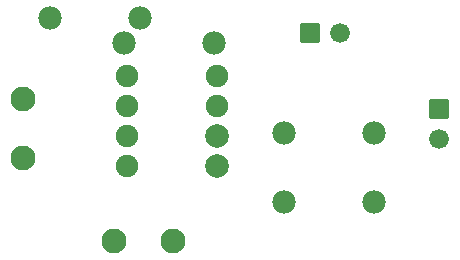
<source format=gts>
G04 Layer: TopSolderMaskLayer*
G04 EasyEDA v6.5.34, 2023-11-29 11:21:28*
G04 ccee1c66621a4ec499711ebfef85393d,bee4cb2541bd470ea98a159692ad20ec,10*
G04 Gerber Generator version 0.2*
G04 Scale: 100 percent, Rotated: No, Reflected: No *
G04 Dimensions in millimeters *
G04 leading zeros omitted , absolute positions ,4 integer and 5 decimal *
%FSLAX45Y45*%
%MOMM*%

%AMMACRO1*1,1,$1,$2,$3*1,1,$1,$4,$5*1,1,$1,0-$2,0-$3*1,1,$1,0-$4,0-$5*20,1,$1,$2,$3,$4,$5,0*20,1,$1,$4,$5,0-$2,0-$3,0*20,1,$1,0-$2,0-$3,0-$4,0-$5,0*20,1,$1,0-$4,0-$5,$2,$3,0*4,1,4,$2,$3,$4,$5,0-$2,0-$3,0-$4,0-$5,$2,$3,0*%
%ADD10C,1.9812*%
%ADD11C,1.9016*%
%ADD12C,2.0066*%
%ADD13MACRO1,0.1016X0.7874X-0.7874X-0.7874X-0.7874*%
%ADD14C,1.6764*%
%ADD15MACRO1,0.1016X0.7874X0.7874X0.7874X-0.7874*%
%ADD16C,2.1016*%

%LPD*%
D10*
G01*
X1955800Y6388100D03*
G01*
X2717800Y6388100D03*
G01*
X4076700Y5041900D03*
G01*
X3314700Y5041900D03*
G01*
X4076700Y5626100D03*
G01*
X3314700Y5626100D03*
G01*
X1333500Y6604000D03*
G01*
X2095500Y6604000D03*
D11*
G01*
X1981200Y6108700D03*
G01*
X1981200Y5854700D03*
G01*
X1981200Y5600700D03*
G01*
X1981200Y5346700D03*
D12*
G01*
X2743200Y5346700D03*
D11*
G01*
X2743200Y5854700D03*
G01*
X2743200Y6108700D03*
D12*
G01*
X2743200Y5600700D03*
D13*
G01*
X4622800Y5829300D03*
D14*
G01*
X4622800Y5575300D03*
D15*
G01*
X3530600Y6477000D03*
D14*
G01*
X3784600Y6477000D03*
D16*
G01*
X1870455Y4711700D03*
G01*
X2371343Y4711700D03*
G01*
X1104900Y5914644D03*
G01*
X1104900Y5413755D03*
M02*

</source>
